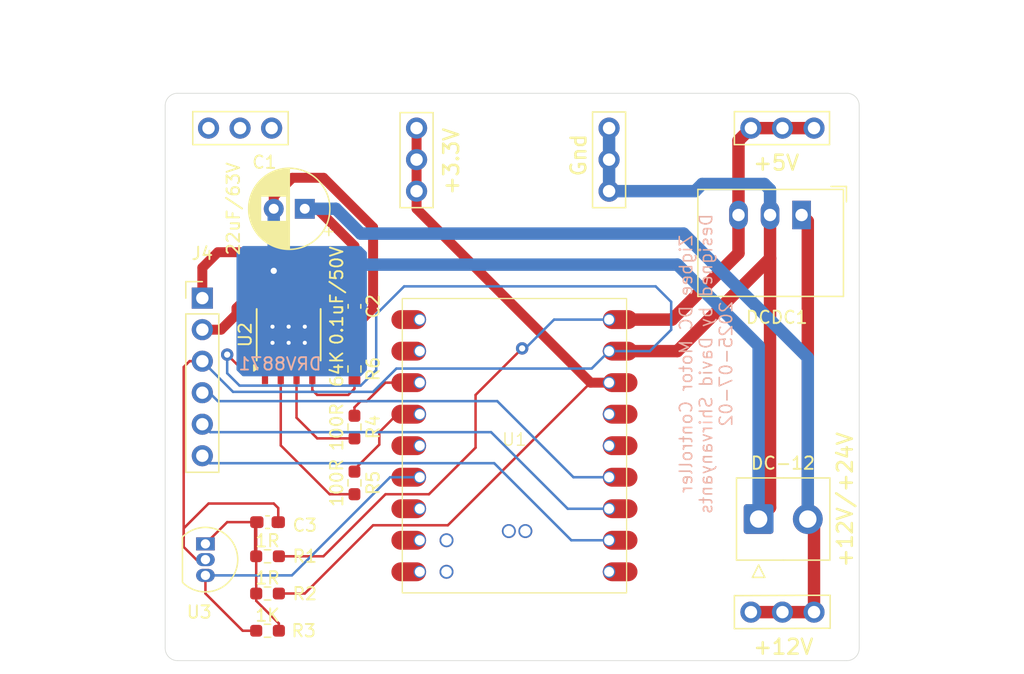
<source format=kicad_pcb>
(kicad_pcb (version 20240108) (generator "pcbnew") (generator_version "8.0")
  (layers (0 "F.Cu" signal) (31 "B.Cu" signal) (34 "B.Paste" user) (35 "F.Paste" user) (36 "B.SilkS" user "B.Silkscreen") (37 "F.SilkS" user "F.Silkscreen") (38 "B.Mask" user) (39 "F.Mask" user) (44 "Edge.Cuts" user))
  (net 0 "")
  (net 1 "GND")
  (net 2 "+12V")
  (net 3 "/Motor_OUT1")
  (net 4 "/Encoder_PWR")
  (net 5 "/Encoder_B")
  (net 6 "/Motor_OUT2")
  (net 7 "/Encoder_A")
  (net 8 "+5V")
  (net 9 "+3.3V")
  (net 10 "/GPIO03_Sensor")
  (net 14 "Net-(U3-VCC)")
  (net 15 "Net-(U2-IN1)")
  (net 16 "Net-(U1-GPIO00)")
  (net 17 "Net-(U1-GPIO01)")
  (net 18 "Net-(U2-IN2)")
  (net 19 "Net-(U2-ILIM)")
  (footprint "Connector_PinHeader_2.54mm:PinHeader_1x06_P2.54mm_Vertical" (layer "F.Cu") (at 27.75 72.7)
    (property "Reference" "J4")
    (property "Value" "Conn_01x06" (hide yes))
  )
  (footprint "MountingHole:MountingHole_2.7mm_M2.5" (layer "F.Cu") (at 40 98.1)
    (property "Reference" "H1" (hide yes))
    (property "Value" "MountingHole" (hide yes))
  )
  (footprint "my_rfmodule:ESP32-H2-SuperMini" (layer "F.Cu") (at 52.88 84.59)
    (property "Reference" "U1")
    (property "Value" "~")
  )
  (footprint "Capacitor_THT:CP_Radial_D6.3mm_P2.50mm" (layer "F.Cu") (at 36 65.5 180)
    (property "Reference" "C1")
    (property "Value" "22uF/63V")
  )
  (footprint "Connector_PinHeader_2.54mm:PinHeader_1x03_P2.54mm_Vertical" (layer "F.Cu") (at 45 59)
    (property "Reference" "J2" (hide yes))
    (property "Value" "Conn_01x03_Pin" (hide yes))
  )
  (footprint "Capacitor_SMD:C_0603_1608Metric_Pad1.08x0.95mm_HandSolder" (layer "F.Cu") (at 40 73.3625 -90)
    (property "Reference" "C2")
    (property "Value" "0.1uF/50V")
  )
  (footprint "Connector_PinHeader_2.54mm:PinHeader_1x03_P2.54mm_Vertical" (layer "F.Cu") (at 28.25 59 90)
    (property "Reference" "J6" (hide yes))
    (property "Value" "Conn_01x03_Pin" (hide yes))
  )
  (footprint "Resistor_SMD:R_0603_1608Metric_Pad0.98x0.95mm_HandSolder" (layer "F.Cu") (at 40 87.5875 -90)
    (property "Reference" "R5")
    (property "Value" "100R")
  )
  (footprint "Resistor_SMD:R_0603_1608Metric_Pad0.98x0.95mm_HandSolder" (layer "F.Cu") (at 40 78.4125 -90)
    (property "Reference" "R6")
    (property "Value" "64K")
  )
  (footprint "Connector_TE-Connectivity:TE_826576-2_1x02_P3.96mm_Vertical" (layer "F.Cu") (at 72.54 90.5)
    (property "Reference" "DC-12")
    (property "Value" "Conn_01x02" (hide yes))
  )
  (footprint "Package_TO_SOT_THT:TO-92_Inline" (layer "F.Cu") (at 28 92.5 -90)
    (property "Reference" "U3")
    (property "Value" "DRV5055A4xLPGxQ1" (hide yes))
  )
  (footprint "Resistor_SMD:R_0603_1608Metric_Pad0.98x0.95mm_HandSolder" (layer "F.Cu") (at 33 93.5 180)
    (property "Reference" "R1")
    (property "Value" "1R")
  )
  (footprint "Resistor_SMD:R_0603_1608Metric_Pad0.98x0.95mm_HandSolder" (layer "F.Cu") (at 40 83.0875 -90)
    (property "Reference" "R4")
    (property "Value" "100R")
  )
  (footprint "Connector_PinHeader_2.54mm:PinHeader_1x03_P2.54mm_Vertical" (layer "F.Cu") (at 60.5 59)
    (property "Reference" "J5" (hide yes))
    (property "Value" "Conn_01x03_Pin" (hide yes))
  )
  (footprint "MountingHole:MountingHole_2.7mm_M2.5" (layer "F.Cu") (at 65.4 60)
    (property "Reference" "H3" (hide yes))
    (property "Value" "MountingHole" (hide yes))
  )
  (footprint "Connector_PinHeader_2.54mm:PinHeader_1x03_P2.54mm_Vertical" (layer "F.Cu") (at 77 98 -90)
    (property "Reference" "J3" (hide yes))
    (property "Value" "Conn_01x03_Pin" (hide yes))
  )
  (footprint "MountingHole:MountingHole_2.7mm_M2.5" (layer "F.Cu") (at 40 60)
    (property "Reference" "H2" (hide yes))
    (property "Value" "MountingHole" (hide yes))
  )
  (footprint "Capacitor_SMD:C_0603_1608Metric_Pad1.08x0.95mm_HandSolder" (layer "F.Cu") (at 33 90.75)
    (property "Reference" "C3")
    (property "Value" "0.1uF/50V" (hide yes))
  )
  (footprint "Package_SO:Texas_HTSOP-8-1EP_3.9x4.9mm_P1.27mm_EP2.95x4.9mm_Mask2.4x3.1mm_ThermalVias" (layer "F.Cu") (at 34.7 75.65 90)
    (property "Reference" "U2")
    (property "Value" "DRV8871")
  )
  (footprint "Converter_DCDC:Converter_DCDC_RECOM_R-78E-0.5_THT" (layer "F.Cu") (at 76 66 180)
    (property "Reference" "DCDC1")
    (property "Value" "R-78E5.0-1.0" (hide yes))
  )
  (footprint "Connector_PinHeader_2.54mm:PinHeader_1x03_P2.54mm_Vertical" (layer "F.Cu") (at 77 59 -90)
    (property "Reference" "J1" (hide yes))
    (property "Value" "Conn_01x03_Pin" (hide yes))
  )
  (footprint "Resistor_SMD:R_0603_1608Metric_Pad0.98x0.95mm_HandSolder" (layer "F.Cu") (at 33 96.5)
    (property "Reference" "R2")
    (property "Value" "1R")
  )
  (footprint "Resistor_SMD:R_0603_1608Metric_Pad0.98x0.95mm_HandSolder" (layer "F.Cu") (at 33 99.5)
    (property "Reference" "R3")
    (property "Value" "1K")
  )
  (footprint "MountingHole:MountingHole_2.7mm_M2.5" (layer "F.Cu") (at 65.4 98.1)
    (property "Reference" "H4" (hide yes))
    (property "Value" "MountingHole" (hide yes))
  )
  (gr_line (start 24.76 100.91) (end 24.76 57.19) (stroke (width 0.05)) (layer "Edge.Cuts"))
  (gr_arc (start 24.76 57.19) (mid 25.052893 56.482893) (end 25.76 56.19) (stroke (width 0.05)) (layer "Edge.Cuts"))
  (gr_line (start 80.64 57.19) (end 80.64 100.91) (stroke (width 0.05)) (layer "Edge.Cuts"))
  (gr_arc (start 80.64 100.91) (mid 80.347107 101.617107) (end 79.64 101.91) (stroke (width 0.05)) (layer "Edge.Cuts"))
  (gr_arc (start 79.64 56.19) (mid 80.347107 56.482893) (end 80.64 57.19) (stroke (width 0.05)) (layer "Edge.Cuts"))
  (gr_arc (start 25.76 101.91) (mid 25.052893 101.617107) (end 24.76 100.91) (stroke (width 0.05)) (layer "Edge.Cuts"))
  (gr_line (start 79.64 101.91) (end 25.76 101.91) (stroke (width 0.05)) (layer "Edge.Cuts"))
  (gr_line (start 25.76 56.19) (end 79.64 56.19) (stroke (width 0.05)) (layer "Edge.Cuts"))
  (gr_text "Zigbee DC Motor Controller\nDesigned by David Shirvanyants\n2025-07-02" (at 70.5 78 90) (layer "B.SilkS") (effects (font (size 1 1) (thickness 0.125)) (justify bottom mirror)))
  (gr_text "Gnd" (at 58.75 63 90) (layer "F.SilkS") (effects (font (size 1.2 1.2) (thickness 0.2) (bold yes)) (justify left bottom)))
  (gr_text "+5V" (at 72 62.5 0) (layer "F.SilkS") (effects (font (size 1.2 1.2) (thickness 0.2)) (justify left bottom)))
  (gr_text "+12V/+24V" (at 80.2 94.5 90) (layer "F.SilkS") (effects (font (size 1.2 1.2) (thickness 0.2) (bold yes)) (justify left bottom)))
  (gr_text "+12V" (at 72 101.5 0) (layer "F.SilkS") (effects (font (size 1.2 1.2) (thickness 0.2) (bold yes)) (justify left bottom)))
  (gr_text "+3.3V" (at 48.5 64.5 90) (layer "F.SilkS") (effects (font (size 1.2 1.2) (thickness 0.2) (bold yes)) (justify left bottom)))
  (segment (start 33.5 89.25) (end 28.25 89.25) (width 0.2) (layer "F.Cu") (net 1))
  (segment (start 26.72 77.78) (end 26.25 78.25) (width 0.2) (layer "F.Cu") (net 1))
  (segment (start 37.5 63) (end 35 63) (width 0.8) (layer "F.Cu") (net 1))
  (segment (start 73.46 69.5) (end 73.46 89.58) (width 1) (layer "F.Cu") (net 1))
  (segment (start 41.5 67) (end 37.5 63) (width 0.8) (layer "F.Cu") (net 1))
  (segment (start 40 77.5) (end 40 74.225) (width 0.8) (layer "F.Cu") (net 1))
  (segment (start 40 74.225) (end 40.775 74.225) (width 0.8) (layer "F.Cu") (net 1))
  (segment (start 32.795 78.525) (end 31.025 78.525) (width 0.2) (layer "F.Cu") (net 1))
  (segment (start 27.75 77.78) (end 26.72 77.78) (width 0.2) (layer "F.Cu") (net 1))
  (segment (start 26.25 91.25) (end 26.25 92) (width 0.2) (layer "F.Cu") (net 1))
  (segment (start 26.25 78.25) (end 26.25 92) (width 0.2) (layer "F.Cu") (net 1))
  (segment (start 41.5 73.5) (end 41.5 67) (width 0.8) (layer "F.Cu") (net 1))
  (segment (start 60.5 76.97) (end 65.99 76.97) (width 1) (layer "F.Cu") (net 1))
  (segment (start 35 63) (end 33.5 64.5) (width 0.8) (layer "F.Cu") (net 1))
  (segment (start 31.025 78.525) (end 29.75 77.25) (width 0.2) (layer "F.Cu") (net 1))
  (segment (start 26.25 92) (end 26.25 92.75) (width 0.2) (layer "F.Cu") (net 1))
  (segment (start 73.46 66) (end 73.46 69.5) (width 1) (layer "F.Cu") (net 1))
  (segment (start 33.8625 89.6125) (end 33.5 89.25) (width 0.2) (layer "F.Cu") (net 1))
  (segment (start 34.065 72.775) (end 34.065 71.065) (width 0.8) (layer "F.Cu") (net 1))
  (segment (start 33.8625 90.75) (end 33.8625 89.6125) (width 0.2) (layer "F.Cu") (net 1))
  (segment (start 28.25 89.25) (end 26.25 91.25) (width 0.2) (layer "F.Cu") (net 1))
  (segment (start 27.27 93.77) (end 28 93.77) (width 0.2) (layer "F.Cu") (net 1))
  (segment (start 34.065 71.065) (end 33.5 70.5) (width 0.8) (layer "F.Cu") (net 1))
  (segment (start 40.775 74.225) (end 41.5 73.5) (width 0.8) (layer "F.Cu") (net 1))
  (segment (start 33.8625 90.75) (end 33.8625 91.1375) (width 0.2) (layer "F.Cu") (net 1))
  (segment (start 73.46 89.58) (end 72.54 90.5) (width 1) (layer "F.Cu") (net 1))
  (segment (start 33.5 64.5) (end 33.5 65.5) (width 0.8) (layer "F.Cu") (net 1))
  (segment (start 26.25 92.75) (end 27.27 93.77) (width 0.2) (layer "F.Cu") (net 1))
  (segment (start 65.99 76.97) (end 73.46 69.5) (width 1) (layer "F.Cu") (net 1))
  (via (at 33.5 70.5) (size 1) (drill 0.5) (layers "F.Cu" "B.Cu") (net 1))
  (via (at 29.75 77.25) (size 1) (drill 0.5) (layers "F.Cu" "B.Cu") (net 1))
  (segment (start 44 71.75) (end 64.25 71.75) (width 0.2) (layer "B.Cu") (net 1))
  (segment (start 63.78 76.97) (end 60.5 76.97) (width 0.2) (layer "B.Cu") (net 1))
  (segment (start 41.5 80.25) (end 43.375 78.375) (width 0.2) (layer "B.Cu") (net 1))
  (segment (start 72.54 76.54) (end 72.54 90.5) (width 1) (layer "B.Cu") (net 1))
  (segment (start 41.75 78.5) (end 41.75 74) (width 0.2) (layer "B.Cu") (net 1))
  (segment (start 35 72) (end 35 75.35) (width 0.8) (layer "B.Cu") (net 1))
  (segment (start 60.5 61.54) (end 60.5 59) (width 1) (layer "B.Cu") (net 1))
  (segment (start 33.5 70.5) (end 35 72) (width 0.8) (layer "B.Cu") (net 1))
  (segment (start 35 70) (end 66 70) (width 1) (layer "B.Cu") (net 1))
  (segment (start 29.75 78.75) (end 30.75 79.75) (width 0.2) (layer "B.Cu") (net 1))
  (segment (start 29.75 77.25) (end 29.75 78.75) (width 0.2) (layer "B.Cu") (net 1))
  (segment (start 60.5 64.08) (end 60.5 61.54) (width 1) (layer "B.Cu") (net 1))
  (segment (start 65.5 73) (end 65.5 75.25) (width 0.2) (layer "B.Cu") (net 1))
  (segment (start 43.375 78.375) (end 59.095 78.375) (width 0.2) (layer "B.Cu") (net 1))
  (segment (start 30.75 79.75) (end 40.5 79.75) (width 0.2) (layer "B.Cu") (net 1))
  (segment (start 27.75 77.78) (end 30.22 80.25) (width 0.2) (layer "B.Cu") (net 1))
  (segment (start 40.5 79.75) (end 41.75 78.5) (width 0.2) (layer "B.Cu") (net 1))
  (segment (start 41.75 74) (end 44 71.75) (width 0.2) (layer "B.Cu") (net 1))
  (segment (start 33.5 65.5) (end 33.5 68.5) (width 1) (layer "B.Cu") (net 1))
  (segment (start 66 70) (end 72.54 76.54) (width 1) (layer "B.Cu") (net 1))
  (segment (start 35 75.35) (end 34.7 75.65) (width 0.8) (layer "B.Cu") (net 1))
  (segment (start 33.5 68.5) (end 35 70) (width 1) (layer "B.Cu") (net 1))
  (segment (start 73 63.5) (end 73.46 63.96) (width 1) (layer "B.Cu") (net 1))
  (segment (start 68 63.5) (end 73 63.5) (width 1) (layer "B.Cu") (net 1))
  (segment (start 59.095 78.375) (end 60.5 76.97) (width 0.2) (layer "B.Cu") (net 1))
  (segment (start 33.5 70.5) (end 33.5 65.5) (width 0.8) (layer "B.Cu") (net 1))
  (segment (start 65.5 75.25) (end 63.78 76.97) (width 0.2) (layer "B.Cu") (net 1))
  (segment (start 60.5 64.08) (end 67.42 64.08) (width 1) (layer "B.Cu") (net 1))
  (segment (start 67.42 64.08) (end 68 63.5) (width 1) (layer "B.Cu") (net 1))
  (segment (start 64.25 71.75) (end 65.5 73) (width 0.2) (layer "B.Cu") (net 1))
  (segment (start 73.46 63.96) (end 73.46 66) (width 1) (layer "B.Cu") (net 1))
  (segment (start 30.22 80.25) (end 41.5 80.25) (width 0.2) (layer "B.Cu") (net 1))
  (segment (start 40 68.5) (end 40 72.5) (width 0.8) (layer "F.Cu") (net 2))
  (segment (start 37.5 72.5) (end 36.88 72.5) (width 0.8) (layer "F.Cu") (net 2))
  (segment (start 77 91) (end 76.5 90.5) (width 1) (layer "F.Cu") (net 2))
  (segment (start 40 72.5) (end 37.5 72.5) (width 0.8) (layer "F.Cu") (net 2))
  (segment (start 76.5 66.5) (end 76 66) (width 1) (layer "F.Cu") (net 2))
  (segment (start 36 65.5) (end 37 65.5) (width 0.8) (layer "F.Cu") (net 2))
  (segment (start 74.46 98) (end 71.92 98) (width 1) (layer "F.Cu") (net 2))
  (segment (start 76.5 90.5) (end 76.5 66.5) (width 1) (layer "F.Cu") (net 2))
  (segment (start 77 98) (end 74.46 98) (width 1) (layer "F.Cu") (net 2))
  (segment (start 37 65.5) (end 40 68.5) (width 0.8) (layer "F.Cu") (net 2))
  (segment (start 77 98) (end 77 91) (width 1) (layer "F.Cu") (net 2))
  (segment (start 40.5 67.5) (end 66.5 67.5) (width 1) (layer "B.Cu") (net 2))
  (segment (start 66.5 67.5) (end 76.5 77.5) (width 1) (layer "B.Cu") (net 2))
  (segment (start 38.5 65.5) (end 40.5 67.5) (width 1) (layer "B.Cu") (net 2))
  (segment (start 36 65.5) (end 38.5 65.5) (width 1) (layer "B.Cu") (net 2))
  (segment (start 76.5 77.5) (end 76.5 90.5) (width 1) (layer "B.Cu") (net 2))
  (segment (start 34.5 69) (end 35.335 69.835) (width 0.8) (layer "F.Cu") (net 3))
  (segment (start 29 69) (end 34.5 69) (width 0.8) (layer "F.Cu") (net 3))
  (segment (start 27.75 72.7) (end 27.75 70.25) (width 0.8) (layer "F.Cu") (net 3))
  (segment (start 27.75 70.25) (end 29 69) (width 0.8) (layer "F.Cu") (net 3))
  (segment (start 35.335 69.835) (end 35.335 72.775) (width 0.8) (layer "F.Cu") (net 3))
  (segment (start 29 81) (end 51.5 81) (width 0.2) (layer "B.Cu") (net 4))
  (segment (start 51.5 81) (end 57.63 87.13) (width 0.2) (layer "B.Cu") (net 4))
  (segment (start 27.75 80.32) (end 28.32 80.32) (width 0.2) (layer "B.Cu") (net 4))
  (segment (start 28.32 80.32) (end 29 81) (width 0.2) (layer "B.Cu") (net 4))
  (segment (start 57.63 87.13) (end 60.5 87.13) (width 0.2) (layer "B.Cu") (net 4))
  (segment (start 57.46 92.21) (end 51.25 86) (width 0.2) (layer "B.Cu") (net 5))
  (segment (start 60.5 92.21) (end 57.46 92.21) (width 0.2) (layer "B.Cu") (net 5))
  (segment (start 28.35 86) (end 27.75 85.4) (width 0.2) (layer "B.Cu") (net 5))
  (segment (start 51.25 86) (end 28.35 86) (width 0.2) (layer "B.Cu") (net 5))
  (segment (start 29.26 75.24) (end 27.75 75.24) (width 0.8) (layer "F.Cu") (net 6))
  (segment (start 32.595 72.775) (end 31.225 72.775) (width 0.8) (layer "F.Cu") (net 6))
  (segment (start 30.5 73.5) (end 30.5 74) (width 0.8) (layer "F.Cu") (net 6))
  (segment (start 32.795 72.775) (end 32.595 72.775) (width 0.3) (layer "F.Cu") (net 6))
  (segment (start 31.225 72.775) (end 30.5 73.5) (width 0.8) (layer "F.Cu") (net 6))
  (segment (start 30.5 74) (end 29.26 75.24) (width 0.8) (layer "F.Cu") (net 6))
  (segment (start 60.5 89.67) (end 57.17 89.67) (width 0.2) (layer "B.Cu") (net 7))
  (segment (start 28.39 83.5) (end 27.75 82.86) (width 0.2) (layer "B.Cu") (net 7))
  (segment (start 57.17 89.67) (end 51 83.5) (width 0.2) (layer "B.Cu") (net 7))
  (segment (start 51 83.5) (end 28.39 83.5) (width 0.2) (layer "B.Cu") (net 7))
  (segment (start 53.5 76.75) (end 49.75 80.5) (width 0.2) (layer "F.Cu") (net 8))
  (segment (start 65.57 74.43) (end 60.5 74.43) (width 1) (layer "F.Cu") (net 8))
  (segment (start 70.92 69.08) (end 65.57 74.43) (width 1) (layer "F.Cu") (net 8))
  (segment (start 70.92 66) (end 70.92 60) (width 1) (layer "F.Cu") (net 8))
  (segment (start 42.5 88.5) (end 37.5 93.5) (width 0.2) (layer "F.Cu") (net 8))
  (segment (start 49.75 84.75) (end 46 88.5) (width 0.2) (layer "F.Cu") (net 8))
  (segment (start 70.92 60) (end 71.92 59) (width 1) (layer "F.Cu") (net 8))
  (segment (start 71.92 59) (end 74.46 59) (width 1) (layer "F.Cu") (net 8))
  (segment (start 74.46 59) (end 77 59) (width 1) (layer "F.Cu") (net 8))
  (segment (start 37.5 93.5) (end 33.9125 93.5) (width 0.2) (layer "F.Cu") (net 8))
  (segment (start 49.75 80.5) (end 49.75 84.75) (width 0.2) (layer "F.Cu") (net 8))
  (segment (start 70.92 66) (end 70.92 69.08) (width 1) (layer "F.Cu") (net 8))
  (segment (start 46 88.5) (end 42.5 88.5) (width 0.2) (layer "F.Cu") (net 8))
  (via (at 53.5 76.75) (size 1) (drill 0.5) (layers "F.Cu" "B.Cu") (net 8))
  (segment (start 53.75 76.75) (end 56.07 74.43) (width 0.2) (layer "B.Cu") (net 8))
  (segment (start 53.5 76.75) (end 53.75 76.75) (width 0.2) (layer "B.Cu") (net 8))
  (segment (start 56.07 74.43) (end 60.5 74.43) (width 0.2) (layer "B.Cu") (net 8))
  (segment (start 36 96.5) (end 41.5 91) (width 0.2) (layer "F.Cu") (net 9))
  (segment (start 33.9125 96.5) (end 36 96.5) (width 0.2) (layer "F.Cu") (net 9))
  (segment (start 59.01 79.51) (end 45 65.5) (width 0.8) (layer "F.Cu") (net 9))
  (segment (start 41.5 91) (end 47.52 91) (width 0.2) (layer "F.Cu") (net 9))
  (segment (start 60.5 79.51) (end 59.01 79.51) (width 0.8) (layer "F.Cu") (net 9))
  (segment (start 45 64.08) (end 45 61.54) (width 0.8) (layer "F.Cu") (net 9))
  (segment (start 47.52 91) (end 59.01 79.51) (width 0.2) (layer "F.Cu") (net 9))
  (segment (start 45 61.54) (end 45 59) (width 0.8) (layer "F.Cu") (net 9))
  (segment (start 45 65.5) (end 45 64.08) (width 0.8) (layer "F.Cu") (net 9))
  (segment (start 28 96.5) (end 28 95.04) (width 0.2) (layer "F.Cu") (net 10))
  (segment (start 32.0875 99.5) (end 31 99.5) (width 0.2) (layer "F.Cu") (net 10))
  (segment (start 31 99.5) (end 28 96.5) (width 0.2) (layer "F.Cu") (net 10))
  (segment (start 34.96 95.04) (end 42.87 87.13) (width 0.2) (layer "B.Cu") (net 10))
  (segment (start 28 95.04) (end 34.96 95.04) (width 0.2) (layer "B.Cu") (net 10))
  (segment (start 42.87 87.13) (end 45.26 87.13) (width 0.2) (layer "B.Cu") (net 10))
  (segment (start 29.75 90.75) (end 28 92.5) (width 0.2) (layer "F.Cu") (net 14))
  (segment (start 32.0875 93.5) (end 32.0875 90.8) (width 0.2) (layer "F.Cu") (net 14))
  (segment (start 32.0875 96.5) (end 32.0875 93.5) (width 0.2) (layer "F.Cu") (net 14))
  (segment (start 33.9125 98.9125) (end 32.0875 97.0875) (width 0.2) (layer "F.Cu") (net 14))
  (segment (start 32 93.5) (end 32 90.8) (width 0.2) (layer "F.Cu") (net 14))
  (segment (start 32.1375 90.75) (end 29.75 90.75) (width 0.2) (layer "F.Cu") (net 14))
  (segment (start 32.0875 97.0875) (end 32.0875 96.5) (width 0.2) (layer "F.Cu") (net 14))
  (segment (start 32.0875 90.8) (end 32.1375 90.75) (width 0.2) (layer "F.Cu") (net 14))
  (segment (start 33.9125 99.5) (end 33.9125 98.9125) (width 0.2) (layer "F.Cu") (net 14))
  (segment (start 35.335 82.335) (end 35.335 78.525) (width 0.2) (layer "F.Cu") (net 15))
  (segment (start 40 84) (end 37 84) (width 0.2) (layer "F.Cu") (net 15))
  (segment (start 37 84) (end 35.335 82.335) (width 0.2) (layer "F.Cu") (net 15))
  (segment (start 40 81.5) (end 40.5 81) (width 0.2) (layer "F.Cu") (net 16))
  (segment (start 40.5 81) (end 41 81) (width 0.2) (layer "F.Cu") (net 16))
  (segment (start 42.49 79.51) (end 45.26 79.51) (width 0.2) (layer "F.Cu") (net 16))
  (segment (start 40 82.175) (end 40 81.5) (width 0.2) (layer "F.Cu") (net 16))
  (segment (start 41 81) (end 42.49 79.51) (width 0.2) (layer "F.Cu") (net 16))
  (segment (start 40 86.675) (end 40 86.5) (width 0.2) (layer "F.Cu") (net 17))
  (segment (start 40 86.5) (end 42 84.5) (width 0.2) (layer "F.Cu") (net 17))
  (segment (start 43.45 82.05) (end 45.26 82.05) (width 0.2) (layer "F.Cu") (net 17))
  (segment (start 42 84.5) (end 42 83.5) (width 0.2) (layer "F.Cu") (net 17))
  (segment (start 42 83.5) (end 43.45 82.05) (width 0.2) (layer "F.Cu") (net 17))
  (segment (start 38 88.5) (end 34.065 84.565) (width 0.2) (layer "F.Cu") (net 18))
  (segment (start 34.065 84.565) (end 34.065 78.525) (width 0.2) (layer "F.Cu") (net 18))
  (segment (start 40 88.5) (end 38 88.5) (width 0.2) (layer "F.Cu") (net 18))
  (segment (start 40 80) (end 39.5 80.5) (width 0.2) (layer "F.Cu") (net 19))
  (segment (start 40 79.325) (end 40 80) (width 0.2) (layer "F.Cu") (net 19))
  (segment (start 36.605 80.105) (end 37 80.5) (width 0.2) (layer "F.Cu") (net 19))
  (segment (start 36.605 78.525) (end 36.605 80.105) (width 0.2) (layer "F.Cu") (net 19))
  (segment (start 39.5 80.5) (end 37 80.5) (width 0.2) (layer "F.Cu") (net 19))
  (zone (net 1) (net_name "GND") (layer "B.Cu") (name "U3_Pad") (priority 2) (connect_pads yes (clearance 0.5)) (min_thickness 0.25) (fill yes (thermal_gap 0.5) (thermal_bridge_width 0.5))
    (polygon (pts (xy 31 68.5) (xy 30.5 69) (xy 30.5 78.5) (xy 31 79) (xy 40.5 79) (xy 41 78.5) (xy 41 69) (xy 40.5 68.5)))
  )
)
</source>
